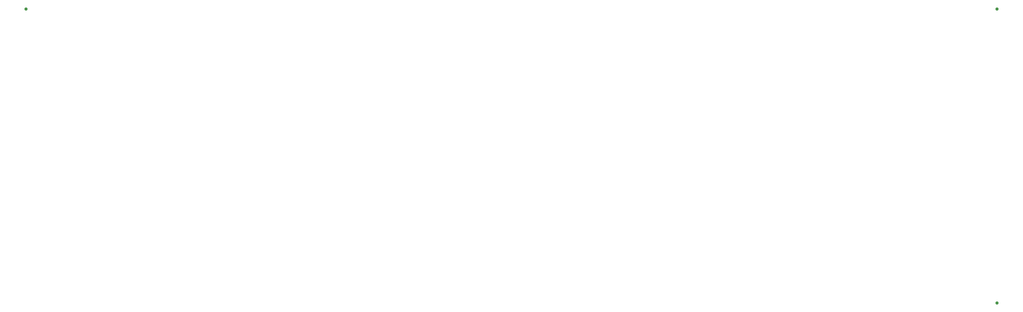
<source format=gbr>
G04 #@! TF.GenerationSoftware,KiCad,Pcbnew,(5.1.4)-1*
G04 #@! TF.CreationDate,2020-03-06T09:19:26+08:00*
G04 #@! TF.ProjectId,Wete,57657465-2e6b-4696-9361-645f70636258,rev?*
G04 #@! TF.SameCoordinates,Original*
G04 #@! TF.FileFunction,Paste,Top*
G04 #@! TF.FilePolarity,Positive*
%FSLAX46Y46*%
G04 Gerber Fmt 4.6, Leading zero omitted, Abs format (unit mm)*
G04 Created by KiCad (PCBNEW (5.1.4)-1) date 2020-03-06 09:19:26*
%MOMM*%
%LPD*%
G04 APERTURE LIST*
%ADD10C,1.300000*%
G04 APERTURE END LIST*
D10*
X374650000Y7937500D03*
X374650000Y-107950000D03*
X-7937500Y7937500D03*
M02*

</source>
